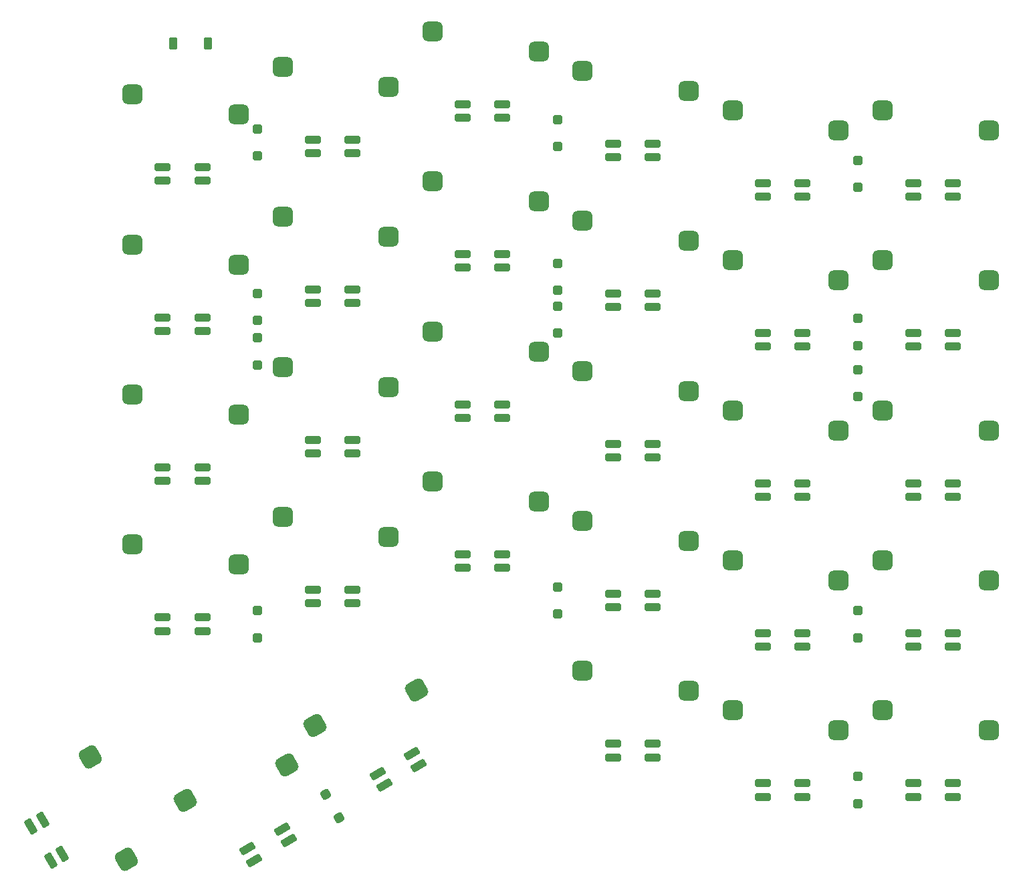
<source format=gbr>
%TF.GenerationSoftware,KiCad,Pcbnew,7.0.5*%
%TF.CreationDate,2023-10-09T17:56:40+09:00*%
%TF.ProjectId,Ultramarine-2,556c7472-616d-4617-9269-6e652d322e6b,rev?*%
%TF.SameCoordinates,Original*%
%TF.FileFunction,Paste,Top*%
%TF.FilePolarity,Positive*%
%FSLAX46Y46*%
G04 Gerber Fmt 4.6, Leading zero omitted, Abs format (unit mm)*
G04 Created by KiCad (PCBNEW 7.0.5) date 2023-10-09 17:56:40*
%MOMM*%
%LPD*%
G01*
G04 APERTURE LIST*
G04 Aperture macros list*
%AMRoundRect*
0 Rectangle with rounded corners*
0 $1 Rounding radius*
0 $2 $3 $4 $5 $6 $7 $8 $9 X,Y pos of 4 corners*
0 Add a 4 corners polygon primitive as box body*
4,1,4,$2,$3,$4,$5,$6,$7,$8,$9,$2,$3,0*
0 Add four circle primitives for the rounded corners*
1,1,$1+$1,$2,$3*
1,1,$1+$1,$4,$5*
1,1,$1+$1,$6,$7*
1,1,$1+$1,$8,$9*
0 Add four rect primitives between the rounded corners*
20,1,$1+$1,$2,$3,$4,$5,0*
20,1,$1+$1,$4,$5,$6,$7,0*
20,1,$1+$1,$6,$7,$8,$9,0*
20,1,$1+$1,$8,$9,$2,$3,0*%
G04 Aperture macros list end*
%ADD10RoundRect,0.625000X-0.650000X-0.625000X0.650000X-0.625000X0.650000X0.625000X-0.650000X0.625000X0*%
%ADD11RoundRect,0.300000X0.409808X-0.109808X0.109808X0.409808X-0.409808X0.109808X-0.109808X-0.409808X0*%
%ADD12RoundRect,0.300000X0.300000X-0.300000X0.300000X0.300000X-0.300000X0.300000X-0.300000X-0.300000X0*%
%ADD13RoundRect,0.262500X-0.262500X0.537500X-0.262500X-0.537500X0.262500X-0.537500X0.262500X0.537500X0*%
%ADD14RoundRect,0.625000X-0.250417X-0.866266X0.875417X-0.216266X0.250417X0.866266X-0.875417X0.216266X0*%
%ADD15RoundRect,0.300000X-0.300000X0.300000X-0.300000X-0.300000X0.300000X-0.300000X0.300000X0.300000X0*%
%ADD16RoundRect,0.250000X0.750000X0.250000X-0.750000X0.250000X-0.750000X-0.250000X0.750000X-0.250000X0*%
%ADD17RoundRect,0.250000X-0.750000X-0.250000X0.750000X-0.250000X0.750000X0.250000X-0.750000X0.250000X0*%
%ADD18RoundRect,0.625000X0.650000X0.625000X-0.650000X0.625000X-0.650000X-0.625000X0.650000X-0.625000X0*%
%ADD19RoundRect,0.250000X0.524519X0.591506X-0.774519X-0.158494X-0.524519X-0.591506X0.774519X0.158494X0*%
%ADD20RoundRect,0.625000X0.250417X0.866266X-0.875417X0.216266X-0.250417X-0.866266X0.875417X-0.216266X0*%
%ADD21RoundRect,0.250000X0.591506X-0.524519X-0.158494X0.774519X-0.591506X0.524519X0.158494X-0.774519X0*%
%ADD22RoundRect,0.625000X0.866266X-0.250417X0.216266X0.875417X-0.866266X0.250417X-0.216266X-0.875417X0*%
G04 APERTURE END LIST*
D10*
%TO.C,SW27*%
X169658000Y-115920000D03*
X183085000Y-118460000D03*
%TD*%
%TO.C,SW13*%
X207658000Y-82920000D03*
X221085000Y-85460000D03*
%TD*%
D11*
%TO.C,D30*%
X138850000Y-134472243D03*
X137150000Y-131527757D03*
%TD*%
D12*
%TO.C,D7*%
X204500000Y-74700000D03*
X204500000Y-71300000D03*
%TD*%
D10*
%TO.C,SW1*%
X207658000Y-44920000D03*
X221085000Y-47460000D03*
%TD*%
D13*
%TO.C,SW32*%
X122225000Y-36500000D03*
X117775000Y-36500000D03*
%TD*%
D10*
%TO.C,SW21*%
X169658000Y-96920000D03*
X183085000Y-99460000D03*
%TD*%
%TO.C,SW7*%
X207658000Y-63920000D03*
X221085000Y-66460000D03*
%TD*%
%TO.C,SW5*%
X131658000Y-39420000D03*
X145085000Y-41960000D03*
%TD*%
D12*
%TO.C,D6*%
X128500000Y-50700000D03*
X128500000Y-47300000D03*
%TD*%
D10*
%TO.C,SW3*%
X169658000Y-39920000D03*
X183085000Y-42460000D03*
%TD*%
D12*
%TO.C,D21*%
X166500000Y-108700000D03*
X166500000Y-105300000D03*
%TD*%
D10*
%TO.C,SW25*%
X207658000Y-120920000D03*
X221085000Y-123460000D03*
%TD*%
D12*
%TO.C,D3*%
X166500000Y-49500000D03*
X166500000Y-46100000D03*
%TD*%
D10*
%TO.C,SW23*%
X131658000Y-96420000D03*
X145085000Y-98960000D03*
%TD*%
D14*
%TO.C,SW29*%
X119298667Y-132352591D03*
X132196790Y-127838795D03*
%TD*%
D15*
%TO.C,D18*%
X128500000Y-73750000D03*
X128500000Y-77150000D03*
%TD*%
D10*
%TO.C,SW19*%
X207658000Y-101920000D03*
X221085000Y-104460000D03*
%TD*%
D12*
%TO.C,D24*%
X128500000Y-111700000D03*
X128500000Y-108300000D03*
%TD*%
D15*
%TO.C,D14*%
X204500000Y-77800000D03*
X204500000Y-81200000D03*
%TD*%
D10*
%TO.C,SW9*%
X169658000Y-58920000D03*
X183085000Y-61460000D03*
%TD*%
D15*
%TO.C,D15*%
X166500000Y-69750000D03*
X166500000Y-73150000D03*
%TD*%
D12*
%TO.C,D20*%
X204500000Y-111700000D03*
X204500000Y-108300000D03*
%TD*%
D10*
%TO.C,SW11*%
X131658000Y-58420000D03*
X145085000Y-60960000D03*
%TD*%
%TO.C,SW15*%
X169658000Y-77920000D03*
X183085000Y-80460000D03*
%TD*%
D12*
%TO.C,D12*%
X128500000Y-71500000D03*
X128500000Y-68100000D03*
%TD*%
%TO.C,D9*%
X166500000Y-67700000D03*
X166500000Y-64300000D03*
%TD*%
%TO.C,D1*%
X204500000Y-54700000D03*
X204500000Y-51300000D03*
%TD*%
%TO.C,D26*%
X204500000Y-132700000D03*
X204500000Y-129300000D03*
%TD*%
D10*
%TO.C,SW17*%
X131658000Y-77420000D03*
X145085000Y-79960000D03*
%TD*%
D16*
%TO.C,D56*%
X216500000Y-130150000D03*
X216500000Y-131850000D03*
X211500000Y-131850000D03*
X211500000Y-130150000D03*
%TD*%
%TO.C,D45*%
X197500000Y-92150000D03*
X197500000Y-93850000D03*
X192500000Y-93850000D03*
X192500000Y-92150000D03*
%TD*%
%TO.C,D49*%
X121500000Y-90150000D03*
X121500000Y-91850000D03*
X116500000Y-91850000D03*
X116500000Y-90150000D03*
%TD*%
D17*
%TO.C,D53*%
X154500000Y-102850000D03*
X154500000Y-101150000D03*
X159500000Y-101150000D03*
X159500000Y-102850000D03*
%TD*%
D18*
%TO.C,SW2*%
X202085000Y-47460000D03*
X188658000Y-44920000D03*
%TD*%
%TO.C,SW24*%
X126085000Y-102460000D03*
X112658000Y-99920000D03*
%TD*%
D16*
%TO.C,D36*%
X140500000Y-48650000D03*
X140500000Y-50350000D03*
X135500000Y-50350000D03*
X135500000Y-48650000D03*
%TD*%
D17*
%TO.C,D39*%
X192500000Y-74850000D03*
X192500000Y-73150000D03*
X197500000Y-73150000D03*
X197500000Y-74850000D03*
%TD*%
D18*
%TO.C,SW20*%
X202085000Y-104460000D03*
X188658000Y-101920000D03*
%TD*%
%TO.C,SW12*%
X126085000Y-64460000D03*
X112658000Y-61920000D03*
%TD*%
D17*
%TO.C,D50*%
X211500000Y-112850000D03*
X211500000Y-111150000D03*
X216500000Y-111150000D03*
X216500000Y-112850000D03*
%TD*%
D19*
%TO.C,D59*%
X148026064Y-126424878D03*
X148876064Y-127897122D03*
X144545936Y-130397122D03*
X143695936Y-128924878D03*
%TD*%
D18*
%TO.C,SW14*%
X202085000Y-85460000D03*
X188658000Y-82920000D03*
%TD*%
D17*
%TO.C,D40*%
X173500000Y-69850000D03*
X173500000Y-68150000D03*
X178500000Y-68150000D03*
X178500000Y-69850000D03*
%TD*%
D20*
%TO.C,SW28*%
X148651790Y-118338795D03*
X135753667Y-122852591D03*
%TD*%
D17*
%TO.C,D38*%
X211500000Y-74850000D03*
X211500000Y-73150000D03*
X216500000Y-73150000D03*
X216500000Y-74850000D03*
%TD*%
D18*
%TO.C,SW4*%
X164085000Y-37460000D03*
X150658000Y-34920000D03*
%TD*%
D16*
%TO.C,D35*%
X159500000Y-44150000D03*
X159500000Y-45850000D03*
X154500000Y-45850000D03*
X154500000Y-44150000D03*
%TD*%
D17*
%TO.C,D41*%
X154500000Y-64850000D03*
X154500000Y-63150000D03*
X159500000Y-63150000D03*
X159500000Y-64850000D03*
%TD*%
D16*
%TO.C,D46*%
X178500000Y-87150000D03*
X178500000Y-88850000D03*
X173500000Y-88850000D03*
X173500000Y-87150000D03*
%TD*%
%TO.C,D33*%
X197500000Y-54150000D03*
X197500000Y-55850000D03*
X192500000Y-55850000D03*
X192500000Y-54150000D03*
%TD*%
%TO.C,D37*%
X121500000Y-52150000D03*
X121500000Y-53850000D03*
X116500000Y-53850000D03*
X116500000Y-52150000D03*
%TD*%
D18*
%TO.C,SW8*%
X202085000Y-66460000D03*
X188658000Y-63920000D03*
%TD*%
D17*
%TO.C,D42*%
X135500000Y-69350000D03*
X135500000Y-67650000D03*
X140500000Y-67650000D03*
X140500000Y-69350000D03*
%TD*%
D21*
%TO.C,D61*%
X103783122Y-139094064D03*
X102310878Y-139944064D03*
X99810878Y-135613936D03*
X101283122Y-134763936D03*
%TD*%
D17*
%TO.C,D55*%
X116500000Y-110850000D03*
X116500000Y-109150000D03*
X121500000Y-109150000D03*
X121500000Y-110850000D03*
%TD*%
D18*
%TO.C,SW22*%
X164085000Y-94460000D03*
X150658000Y-91920000D03*
%TD*%
D17*
%TO.C,D54*%
X135500000Y-107350000D03*
X135500000Y-105650000D03*
X140500000Y-105650000D03*
X140500000Y-107350000D03*
%TD*%
D16*
%TO.C,D58*%
X178500000Y-125150000D03*
X178500000Y-126850000D03*
X173500000Y-126850000D03*
X173500000Y-125150000D03*
%TD*%
%TO.C,D57*%
X197500000Y-130150000D03*
X197500000Y-131850000D03*
X192500000Y-131850000D03*
X192500000Y-130150000D03*
%TD*%
D22*
%TO.C,SW30*%
X111869205Y-139719790D03*
X107355409Y-126821667D03*
%TD*%
D16*
%TO.C,D34*%
X178500000Y-49150000D03*
X178500000Y-50850000D03*
X173500000Y-50850000D03*
X173500000Y-49150000D03*
%TD*%
D18*
%TO.C,SW16*%
X164085000Y-75460000D03*
X150658000Y-72920000D03*
%TD*%
D16*
%TO.C,D44*%
X216500000Y-92150000D03*
X216500000Y-93850000D03*
X211500000Y-93850000D03*
X211500000Y-92150000D03*
%TD*%
D17*
%TO.C,D51*%
X192500000Y-112850000D03*
X192500000Y-111150000D03*
X197500000Y-111150000D03*
X197500000Y-112850000D03*
%TD*%
D18*
%TO.C,SW6*%
X126085000Y-45460000D03*
X112658000Y-42920000D03*
%TD*%
D19*
%TO.C,D60*%
X131571064Y-135924878D03*
X132421064Y-137397122D03*
X128090936Y-139897122D03*
X127240936Y-138424878D03*
%TD*%
D16*
%TO.C,D32*%
X216500000Y-54150000D03*
X216500000Y-55850000D03*
X211500000Y-55850000D03*
X211500000Y-54150000D03*
%TD*%
D18*
%TO.C,SW18*%
X126085000Y-83460000D03*
X112658000Y-80920000D03*
%TD*%
D16*
%TO.C,D47*%
X159500000Y-82150000D03*
X159500000Y-83850000D03*
X154500000Y-83850000D03*
X154500000Y-82150000D03*
%TD*%
D17*
%TO.C,D52*%
X173500000Y-107850000D03*
X173500000Y-106150000D03*
X178500000Y-106150000D03*
X178500000Y-107850000D03*
%TD*%
D18*
%TO.C,SW10*%
X164085000Y-56460000D03*
X150658000Y-53920000D03*
%TD*%
D16*
%TO.C,D48*%
X140500000Y-86650000D03*
X140500000Y-88350000D03*
X135500000Y-88350000D03*
X135500000Y-86650000D03*
%TD*%
D18*
%TO.C,SW26*%
X202085000Y-123460000D03*
X188658000Y-120920000D03*
%TD*%
D17*
%TO.C,D43*%
X116500000Y-72850000D03*
X116500000Y-71150000D03*
X121500000Y-71150000D03*
X121500000Y-72850000D03*
%TD*%
M02*

</source>
